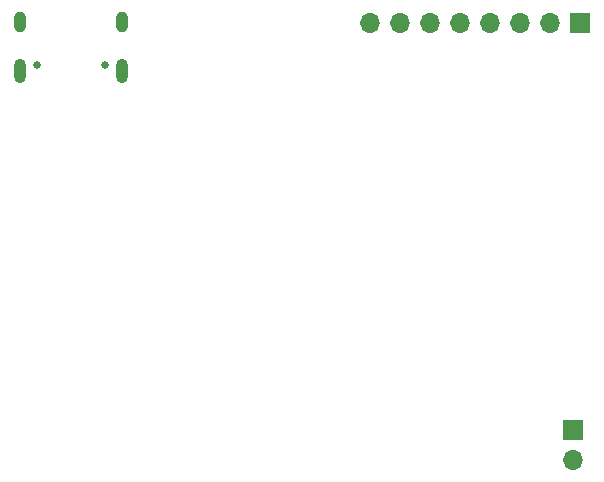
<source format=gbr>
%TF.GenerationSoftware,KiCad,Pcbnew,8.0.4*%
%TF.CreationDate,2024-07-31T14:07:18-04:00*%
%TF.ProjectId,board,626f6172-642e-46b6-9963-61645f706362,rev?*%
%TF.SameCoordinates,Original*%
%TF.FileFunction,Soldermask,Bot*%
%TF.FilePolarity,Negative*%
%FSLAX46Y46*%
G04 Gerber Fmt 4.6, Leading zero omitted, Abs format (unit mm)*
G04 Created by KiCad (PCBNEW 8.0.4) date 2024-07-31 14:07:18*
%MOMM*%
%LPD*%
G01*
G04 APERTURE LIST*
%ADD10R,1.700000X1.700000*%
%ADD11O,1.700000X1.700000*%
%ADD12C,0.650000*%
%ADD13O,1.000000X2.100000*%
%ADD14O,1.000000X1.800000*%
G04 APERTURE END LIST*
D10*
%TO.C,J3*%
X84040000Y-28500000D03*
D11*
X81500000Y-28500000D03*
X78960000Y-28500000D03*
X76420000Y-28500000D03*
X73880000Y-28500000D03*
X71340000Y-28500000D03*
X68800000Y-28500000D03*
X66260000Y-28500000D03*
%TD*%
D10*
%TO.C,J2*%
X83500000Y-63040000D03*
D11*
X83500000Y-65580000D03*
%TD*%
D12*
%TO.C,P1*%
X43890000Y-32105000D03*
X38110000Y-32105000D03*
D13*
X45320000Y-32625000D03*
D14*
X45320000Y-28425000D03*
D13*
X36680000Y-32625000D03*
D14*
X36680000Y-28425000D03*
%TD*%
M02*

</source>
